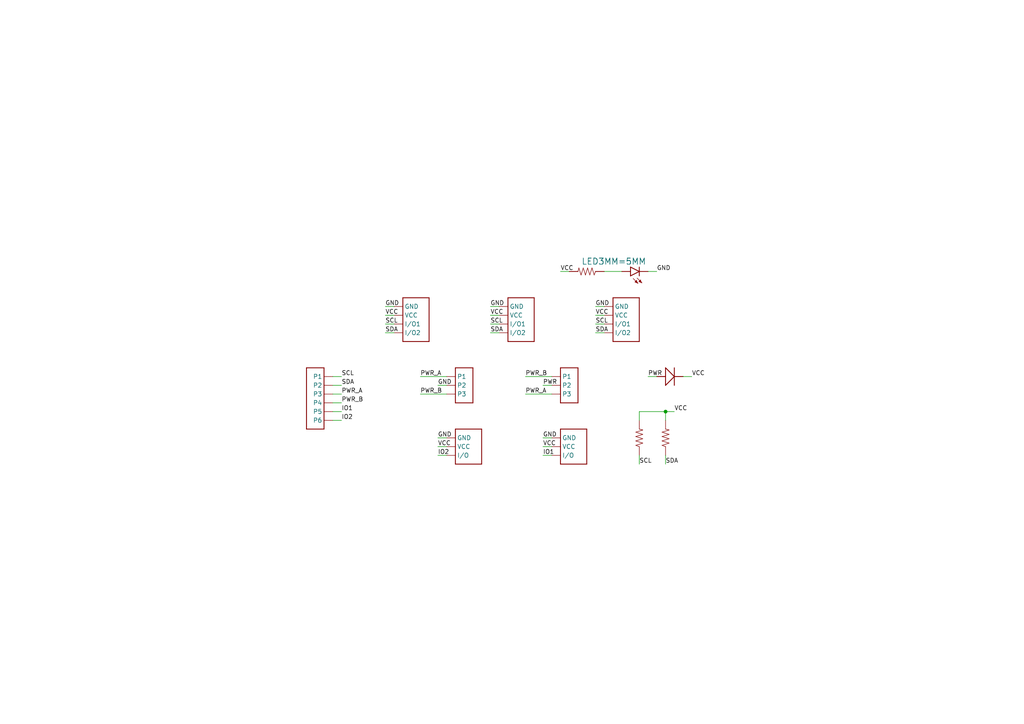
<source format=kicad_sch>
(kicad_sch (version 20230121) (generator eeschema)
  (paper "A4")
  (lib_symbols
    (symbol "NB1-eagle-import:DIODE"
      (symbol "DIODE_1_0"
        (polyline (pts (xy -5.08 0) (xy -2.54 0)) (stroke (width 0.254)))
        (polyline (pts (xy -2.54 -2.54) (xy 0 0)) (stroke (width 0.254)))
        (polyline (pts (xy -2.54 0) (xy -2.54 -2.54)) (stroke (width 0.254)))
        (polyline (pts (xy -2.54 0) (xy -2.54 2.54)) (stroke (width 0.254)))
        (polyline (pts (xy -2.54 2.54) (xy 0 0)) (stroke (width 0.254)))
        (polyline (pts (xy 0 -2.54) (xy 0 0)) (stroke (width 0.254)))
        (polyline (pts (xy 0 0) (xy 0 2.54)) (stroke (width 0.254)))
        (polyline (pts (xy 0 0) (xy 2.54 0)) (stroke (width 0.254)))
        (pin passive line (at -5.08 0 0) (length 0) (name "A") (number "P1"))
        (pin passive line (at 2.54 0 180) (length 0) (name "K") (number "P2"))
      )
    )
    (symbol "NB1-eagle-import:LED3MM=5MM"
      (symbol "LED3MM=5MM_1_0"
        (polyline (pts (xy -2.032 -0.762) (xy -3.429 -2.159)) (stroke (width 0.1524)))
        (polyline (pts (xy -1.905 -1.905) (xy -3.302 -3.302)) (stroke (width 0.1524)))
        (polyline (pts (xy 0 -2.54) (xy -1.27 -2.54)) (stroke (width 0.254)))
        (polyline (pts (xy 0 -2.54) (xy -1.27 0)) (stroke (width 0.254)))
        (polyline (pts (xy 1.27 -2.54) (xy 0 -2.54)) (stroke (width 0.254)))
        (polyline (pts (xy 1.27 0) (xy -1.27 0)) (stroke (width 0.254)))
        (polyline (pts (xy 1.27 0) (xy 0 -2.54)) (stroke (width 0.254)))
        (polyline (pts (xy -3.429 -2.159) (xy -3.048 -1.27) (xy -2.54 -1.778)) (stroke (width 0.1524)) (fill (type outline)))
        (polyline (pts (xy -3.302 -3.302) (xy -2.921 -2.413) (xy -2.413 -2.921)) (stroke (width 0.1524)) (fill (type outline)))
        (pin passive line (at 0 2.54 270) (length 2.54) (name "A") (number "A"))
        (pin passive line (at 0 -5.08 90) (length 2.54) (name "C") (number "K"))
      )
    )
    (symbol "NB1-eagle-import:PTH-3X1"
      (symbol "PTH-3X1_1_0"
        (polyline (pts (xy -2.54 -5.08) (xy 2.54 -5.08)) (stroke (width 0.254)))
        (polyline (pts (xy -2.54 5.08) (xy -2.54 -5.08)) (stroke (width 0.254)))
        (polyline (pts (xy 2.54 -5.08) (xy 2.54 5.08)) (stroke (width 0.254)))
        (polyline (pts (xy 2.54 5.08) (xy -2.54 5.08)) (stroke (width 0.254)))
        (pin bidirectional line (at -5.08 2.54 0) (length 2.54) (name "P1") (number "P1"))
        (pin bidirectional line (at -5.08 0 0) (length 2.54) (name "P2") (number "P2"))
        (pin bidirectional line (at -5.08 -2.54 0) (length 2.54) (name "P3") (number "P3"))
      )
    )
    (symbol "NB1-eagle-import:PTH-6X1"
      (symbol "PTH-6X1_1_0"
        (polyline (pts (xy -2.54 -12.7) (xy 2.54 -12.7)) (stroke (width 0.254)))
        (polyline (pts (xy -2.54 5.08) (xy -2.54 -12.7)) (stroke (width 0.254)))
        (polyline (pts (xy 2.54 -12.7) (xy 2.54 5.08)) (stroke (width 0.254)))
        (polyline (pts (xy 2.54 5.08) (xy -2.54 5.08)) (stroke (width 0.254)))
        (pin bidirectional line (at -5.08 2.54 0) (length 2.54) (name "P1") (number "P1"))
        (pin bidirectional line (at -5.08 0 0) (length 2.54) (name "P2") (number "P2"))
        (pin bidirectional line (at -5.08 -2.54 0) (length 2.54) (name "P3") (number "P3"))
        (pin bidirectional line (at -5.08 -5.08 0) (length 2.54) (name "P4") (number "P4"))
        (pin bidirectional line (at -5.08 -7.62 0) (length 2.54) (name "P5") (number "P5"))
        (pin bidirectional line (at -5.08 -10.16 0) (length 2.54) (name "P6") (number "P6"))
      )
    )
    (symbol "NB1-eagle-import:PTH-PLUGIN-3"
      (symbol "PTH-PLUGIN-3_1_0"
        (polyline (pts (xy 0 -5.08) (xy 0 5.08)) (stroke (width 0.254)))
        (polyline (pts (xy 0 5.08) (xy 7.62 5.08)) (stroke (width 0.254)))
        (polyline (pts (xy 7.62 -5.08) (xy 0 -5.08)) (stroke (width 0.254)))
        (polyline (pts (xy 7.62 5.08) (xy 7.62 -5.08)) (stroke (width 0.254)))
        (pin bidirectional line (at -2.54 2.54 0) (length 2.54) (name "GND") (number "P1"))
        (pin bidirectional line (at -2.54 0 0) (length 2.54) (name "VCC") (number "P2"))
        (pin bidirectional line (at -2.54 -2.54 0) (length 2.54) (name "I/O") (number "P3"))
      )
    )
    (symbol "NB1-eagle-import:PTH-PLUGIN-4"
      (symbol "PTH-PLUGIN-4_1_0"
        (polyline (pts (xy 0 -7.62) (xy 0 5.08)) (stroke (width 0.254)))
        (polyline (pts (xy 0 5.08) (xy 7.62 5.08)) (stroke (width 0.254)))
        (polyline (pts (xy 7.62 -7.62) (xy 0 -7.62)) (stroke (width 0.254)))
        (polyline (pts (xy 7.62 5.08) (xy 7.62 -7.62)) (stroke (width 0.254)))
        (pin bidirectional line (at -2.54 2.54 0) (length 2.54) (name "GND") (number "P1"))
        (pin bidirectional line (at -2.54 0 0) (length 2.54) (name "VCC") (number "P2"))
        (pin bidirectional line (at -2.54 -2.54 0) (length 2.54) (name "I/O1") (number "P3"))
        (pin bidirectional line (at -2.54 -5.08 0) (length 2.54) (name "I/O2") (number "P4"))
      )
    )
    (symbol "NB1-eagle-import:RESISTOR"
      (symbol "RESISTOR_1_0"
        (polyline (pts (xy -2.54 0) (xy -2.159 1.016)) (stroke (width 0.1524)))
        (polyline (pts (xy -2.159 1.016) (xy -1.524 -1.016)) (stroke (width 0.1524)))
        (polyline (pts (xy -1.524 -1.016) (xy -0.889 1.016)) (stroke (width 0.1524)))
        (polyline (pts (xy -0.889 1.016) (xy -0.254 -1.016)) (stroke (width 0.1524)))
        (polyline (pts (xy -0.254 -1.016) (xy 0.381 1.016)) (stroke (width 0.1524)))
        (polyline (pts (xy 0.381 1.016) (xy 1.016 -1.016)) (stroke (width 0.1524)))
        (polyline (pts (xy 1.016 -1.016) (xy 1.651 1.016)) (stroke (width 0.1524)))
        (polyline (pts (xy 1.651 1.016) (xy 2.286 -1.016)) (stroke (width 0.1524)))
        (polyline (pts (xy 2.286 -1.016) (xy 2.54 0)) (stroke (width 0.1524)))
        (pin passive line (at -5.08 0 0) (length 2.54) (name "1") (number "P1"))
        (pin passive line (at 5.08 0 180) (length 2.54) (name "2") (number "P2"))
      )
    )
  )
  (junction (at 193.04 119.38))
  (wire (pts (xy 129.54 109.22) (xy 121.92 109.22)) (stroke (width 0.1524)))
  (wire (pts (xy 96.52 109.22) (xy 99.06 109.22)) (stroke (width 0.1524)))
  (wire (pts (xy 160.02 111.76) (xy 157.48 111.76)) (stroke (width 0.1524)))
  (wire (pts (xy 165.1 78.74) (xy 162.56 78.74)) (stroke (width 0.1524)))
  (wire (pts (xy 129.54 132.08) (xy 127 132.08)) (stroke (width 0.1524)))
  (wire (pts (xy 144.78 93.98) (xy 142.24 93.98)) (stroke (width 0.1524)))
  (wire (pts (xy 175.26 91.44) (xy 172.72 91.44)) (stroke (width 0.1524)))
  (wire (pts (xy 144.78 91.44) (xy 142.24 91.44)) (stroke (width 0.1524)))
  (wire (pts (xy 129.54 129.54) (xy 127 129.54)) (stroke (width 0.1524)))
  (wire (pts (xy 175.26 88.9) (xy 172.72 88.9)) (stroke (width 0.1524)))
  (wire (pts (xy 193.04 132.08) (xy 193.04 134.62)) (stroke (width 0.1524)))
  (wire (pts (xy 114.3 91.44) (xy 111.76 91.44)) (stroke (width 0.1524)))
  (wire (pts (xy 190.5 109.22) (xy 187.96 109.22)) (stroke (width 0.1524)))
  (wire (pts (xy 185.42 132.08) (xy 185.42 134.62)) (stroke (width 0.1524)))
  (wire (pts (xy 175.26 78.74) (xy 180.34 78.74)) (stroke (width 0.1524)))
  (wire (pts (xy 187.96 78.74) (xy 190.5 78.74)) (stroke (width 0.1524)))
  (wire (pts (xy 193.04 119.38) (xy 195.58 119.38)) (stroke (width 0.1524)))
  (wire (pts (xy 175.26 93.98) (xy 172.72 93.98)) (stroke (width 0.1524)))
  (wire (pts (xy 193.04 121.92) (xy 193.04 119.38)) (stroke (width 0.1524)))
  (wire (pts (xy 114.3 96.52) (xy 111.76 96.52)) (stroke (width 0.1524)))
  (wire (pts (xy 160.02 114.3) (xy 152.4 114.3)) (stroke (width 0.1524)))
  (wire (pts (xy 185.42 119.38) (xy 193.04 119.38)) (stroke (width 0.1524)))
  (wire (pts (xy 129.54 114.3) (xy 121.92 114.3)) (stroke (width 0.1524)))
  (wire (pts (xy 144.78 88.9) (xy 142.24 88.9)) (stroke (width 0.1524)))
  (wire (pts (xy 96.52 114.3) (xy 99.06 114.3)) (stroke (width 0.1524)))
  (wire (pts (xy 96.52 121.92) (xy 99.06 121.92)) (stroke (width 0.1524)))
  (wire (pts (xy 198.12 109.22) (xy 200.66 109.22)) (stroke (width 0.1524)))
  (wire (pts (xy 129.54 111.76) (xy 127 111.76)) (stroke (width 0.1524)))
  (wire (pts (xy 114.3 93.98) (xy 111.76 93.98)) (stroke (width 0.1524)))
  (wire (pts (xy 160.02 132.08) (xy 157.48 132.08)) (stroke (width 0.1524)))
  (wire (pts (xy 160.02 127) (xy 157.48 127)) (stroke (width 0.1524)))
  (wire (pts (xy 175.26 96.52) (xy 172.72 96.52)) (stroke (width 0.1524)))
  (wire (pts (xy 129.54 127) (xy 127 127)) (stroke (width 0.1524)))
  (wire (pts (xy 160.02 129.54) (xy 157.48 129.54)) (stroke (width 0.1524)))
  (wire (pts (xy 185.42 121.92) (xy 185.42 119.38)) (stroke (width 0.1524)))
  (wire (pts (xy 96.52 116.84) (xy 99.06 116.84)) (stroke (width 0.1524)))
  (wire (pts (xy 96.52 119.38) (xy 99.06 119.38)) (stroke (width 0.1524)))
  (wire (pts (xy 160.02 109.22) (xy 152.4 109.22)) (stroke (width 0.1524)))
  (wire (pts (xy 96.52 111.76) (xy 99.06 111.76)) (stroke (width 0.1524)))
  (wire (pts (xy 114.3 88.9) (xy 111.76 88.9)) (stroke (width 0.1524)))
  (wire (pts (xy 144.78 96.52) (xy 142.24 96.52)) (stroke (width 0.1524)))
  (label "IO2" (at 99.06 121.92 0) (effects (font (size 1.2446 1.2446))))
  (label "SCL" (at 111.76 93.98 0) (effects (font (size 1.2446 1.2446))))
  (label "SDA" (at 142.24 96.52 0) (effects (font (size 1.2446 1.2446))))
  (label "VCC" (at 195.58 119.38 0) (effects (font (size 1.2446 1.2446))))
  (label "SCL" (at 172.72 93.98 0) (effects (font (size 1.2446 1.2446))))
  (label "VCC" (at 162.56 78.74 0) (effects (font (size 1.2446 1.2446))))
  (label "PWR_A" (at 152.4 114.3 0) (effects (font (size 1.2446 1.2446))))
  (label "SCL" (at 142.24 93.98 0) (effects (font (size 1.2446 1.2446))))
  (label "GND" (at 111.76 88.9 0) (effects (font (size 1.2446 1.2446))))
  (label "GND" (at 142.24 88.9 0) (effects (font (size 1.2446 1.2446))))
  (label "PWR_B" (at 121.92 114.3 0) (effects (font (size 1.2446 1.2446))))
  (label "VCC" (at 111.76 91.44 0) (effects (font (size 1.2446 1.2446))))
  (label "GND" (at 157.48 127 0) (effects (font (size 1.2446 1.2446))))
  (label "SDA" (at 172.72 96.52 0) (effects (font (size 1.2446 1.2446))))
  (label "SDA" (at 193.04 134.62 0) (effects (font (size 1.2446 1.2446))))
  (label "VCC" (at 172.72 91.44 0) (effects (font (size 1.2446 1.2446))))
  (label "SDA" (at 111.76 96.52 0) (effects (font (size 1.2446 1.2446))))
  (label "SDA" (at 99.06 111.76 0) (effects (font (size 1.2446 1.2446))))
  (label "IO1" (at 157.48 132.08 0) (effects (font (size 1.2446 1.2446))))
  (label "SCL" (at 99.06 109.22 0) (effects (font (size 1.2446 1.2446))))
  (label "GND" (at 190.5 78.74 0) (effects (font (size 1.2446 1.2446))))
  (label "PWR_A" (at 121.92 109.22 0) (effects (font (size 1.2446 1.2446))))
  (label "VCC" (at 157.48 129.54 0) (effects (font (size 1.2446 1.2446))))
  (label "SCL" (at 185.42 134.62 0) (effects (font (size 1.2446 1.2446))))
  (label "GND" (at 172.72 88.9 0) (effects (font (size 1.2446 1.2446))))
  (label "GND" (at 127 127 0) (effects (font (size 1.2446 1.2446))))
  (label "IO2" (at 127 132.08 0) (effects (font (size 1.2446 1.2446))))
  (label "GND" (at 127 111.76 0) (effects (font (size 1.2446 1.2446))))
  (label "VCC" (at 200.66 109.22 0) (effects (font (size 1.2446 1.2446))))
  (label "PWR_B" (at 152.4 109.22 0) (effects (font (size 1.2446 1.2446))))
  (label "VCC" (at 142.24 91.44 0) (effects (font (size 1.2446 1.2446))))
  (label "PWR_B" (at 99.06 116.84 0) (effects (font (size 1.2446 1.2446))))
  (label "PWR" (at 157.48 111.76 0) (effects (font (size 1.2446 1.2446))))
  (label "IO1" (at 99.06 119.38 0) (effects (font (size 1.2446 1.2446))))
  (label "PWR_A" (at 99.06 114.3 0) (effects (font (size 1.2446 1.2446))))
  (label "VCC" (at 127 129.54 0) (effects (font (size 1.2446 1.2446))))
  (label "PWR" (at 187.96 109.22 0) (effects (font (size 1.2446 1.2446))))
  (symbol (lib_id "NB1-eagle-import:PTH-PLUGIN-4") (at 147.32 91.44 0) (unit 1)
    (property "Reference" "U$3" (effects hide))
    (property "Value" "PTH-PLUGIN-4" (effects hide))
    (property "Footprint" "NB1:PTH-PLUGIN-4" (effects hide))
  )
  (symbol (lib_id "NB1-eagle-import:RESISTOR") (at 193.04 127 90) (unit 1)
    (property "Reference" "U$11" (effects hide))
    (property "Value" "RESISTOR" (effects hide))
    (property "Footprint" "NB1:PIN-8MM" (effects hide))
  )
  (symbol (lib_id "NB1-eagle-import:PTH-3X1") (at 165.1 111.76 0) (unit 1)
    (property "Reference" "U$8" (effects hide))
    (property "Value" "PTH-3X1" (effects hide))
    (property "Footprint" "NB1:PTH-3X1" (effects hide))
  )
  (symbol (lib_id "NB1-eagle-import:PTH-PLUGIN-4") (at 177.8 91.44 0) (unit 1)
    (property "Reference" "U$2" (effects hide))
    (property "Value" "PTH-PLUGIN-4" (effects hide))
    (property "Footprint" "NB1:PTH-PLUGIN-4" (effects hide))
  )
  (symbol (lib_id "NB1-eagle-import:LED3MM=5MM") (at 182.88 78.74 90) (unit 1)
    (property "Reference" "U$12" (effects hide))
    (property "Value" "LED3MM=5MM" (at 187.452 76.835 90) (effects (font (size 1.778 1.778)) (justify left top)))
    (property "Footprint" "NB1:LED-3MM-5MM" (effects hide))
  )
  (symbol (lib_id "NB1-eagle-import:RESISTOR") (at 170.18 78.74 180) (unit 1)
    (property "Reference" "U$13" (effects hide))
    (property "Value" "RESISTOR" (effects hide))
    (property "Footprint" "NB1:PIN-8MM" (effects hide))
  )
  (symbol (lib_id "NB1-eagle-import:PTH-PLUGIN-3") (at 132.08 129.54 0) (unit 1)
    (property "Reference" "U$6" (effects hide))
    (property "Value" "PTH-PLUGIN-3" (effects hide))
    (property "Footprint" "NB1:PTH-PLUGIN-3" (effects hide))
  )
  (symbol (lib_id "NB1-eagle-import:DIODE") (at 195.58 109.22 0) (unit 1)
    (property "Reference" "U$1" (effects hide))
    (property "Value" "DIODE" (effects hide))
    (property "Footprint" "NB1:PIN-8MM" (effects hide))
  )
  (symbol (lib_id "NB1-eagle-import:RESISTOR") (at 185.42 127 90) (unit 1)
    (property "Reference" "U$10" (effects hide))
    (property "Value" "RESISTOR" (effects hide))
    (property "Footprint" "NB1:PIN-8MM" (effects hide))
  )
  (symbol (lib_id "NB1-eagle-import:PTH-6X1") (at 91.44 111.76 0) (mirror y) (unit 1)
    (property "Reference" "U$7" (effects hide))
    (property "Value" "PTH-6X1" (effects hide))
    (property "Footprint" "NB1:PTH-6X1" (effects hide))
  )
  (symbol (lib_id "NB1-eagle-import:PTH-PLUGIN-3") (at 162.56 129.54 0) (unit 1)
    (property "Reference" "U$5" (effects hide))
    (property "Value" "PTH-PLUGIN-3" (effects hide))
    (property "Footprint" "NB1:PTH-PLUGIN-3" (effects hide))
  )
  (symbol (lib_id "NB1-eagle-import:PTH-PLUGIN-4") (at 116.84 91.44 0) (unit 1)
    (property "Reference" "U$4" (effects hide))
    (property "Value" "PTH-PLUGIN-4" (effects hide))
    (property "Footprint" "NB1:PTH-PLUGIN-4" (effects hide))
  )
  (symbol (lib_id "NB1-eagle-import:PTH-3X1") (at 134.62 111.76 0) (unit 1)
    (property "Reference" "U$9" (effects hide))
    (property "Value" "PTH-3X1" (effects hide))
    (property "Footprint" "NB1:PTH-3X1" (effects hide))
  )
)
</source>
